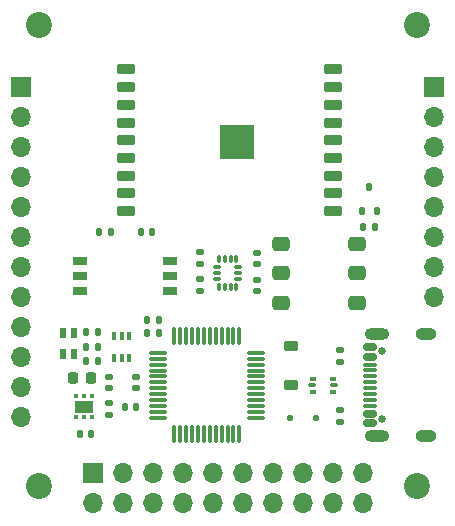
<source format=gbr>
%TF.GenerationSoftware,KiCad,Pcbnew,8.0.4*%
%TF.CreationDate,2024-09-07T18:39:45+01:00*%
%TF.ProjectId,Microll,4d696372-6f6c-46c2-9e6b-696361645f70,rev?*%
%TF.SameCoordinates,PX564eba0PY53724e0*%
%TF.FileFunction,Soldermask,Top*%
%TF.FilePolarity,Negative*%
%FSLAX46Y46*%
G04 Gerber Fmt 4.6, Leading zero omitted, Abs format (unit mm)*
G04 Created by KiCad (PCBNEW 8.0.4) date 2024-09-07 18:39:45*
%MOMM*%
%LPD*%
G01*
G04 APERTURE LIST*
G04 Aperture macros list*
%AMRoundRect*
0 Rectangle with rounded corners*
0 $1 Rounding radius*
0 $2 $3 $4 $5 $6 $7 $8 $9 X,Y pos of 4 corners*
0 Add a 4 corners polygon primitive as box body*
4,1,4,$2,$3,$4,$5,$6,$7,$8,$9,$2,$3,0*
0 Add four circle primitives for the rounded corners*
1,1,$1+$1,$2,$3*
1,1,$1+$1,$4,$5*
1,1,$1+$1,$6,$7*
1,1,$1+$1,$8,$9*
0 Add four rect primitives between the rounded corners*
20,1,$1+$1,$2,$3,$4,$5,0*
20,1,$1+$1,$4,$5,$6,$7,0*
20,1,$1+$1,$6,$7,$8,$9,0*
20,1,$1+$1,$8,$9,$2,$3,0*%
G04 Aperture macros list end*
%ADD10RoundRect,0.093750X-0.106250X0.093750X-0.106250X-0.093750X0.106250X-0.093750X0.106250X0.093750X0*%
%ADD11R,1.600000X1.000000*%
%ADD12RoundRect,0.087500X0.087500X-0.225000X0.087500X0.225000X-0.087500X0.225000X-0.087500X-0.225000X0*%
%ADD13RoundRect,0.087500X0.225000X-0.087500X0.225000X0.087500X-0.225000X0.087500X-0.225000X-0.087500X0*%
%ADD14R,1.270000X0.760000*%
%ADD15RoundRect,0.093750X0.156250X0.093750X-0.156250X0.093750X-0.156250X-0.093750X0.156250X-0.093750X0*%
%ADD16RoundRect,0.075000X0.250000X0.075000X-0.250000X0.075000X-0.250000X-0.075000X0.250000X-0.075000X0*%
%ADD17RoundRect,0.112500X-0.112500X-0.237500X0.112500X-0.237500X0.112500X0.237500X-0.112500X0.237500X0*%
%ADD18RoundRect,0.100000X-0.100000X0.225000X-0.100000X-0.225000X0.100000X-0.225000X0.100000X0.225000X0*%
%ADD19RoundRect,0.135000X-0.135000X-0.185000X0.135000X-0.185000X0.135000X0.185000X-0.135000X0.185000X0*%
%ADD20RoundRect,0.135000X-0.185000X0.135000X-0.185000X-0.135000X0.185000X-0.135000X0.185000X0.135000X0*%
%ADD21RoundRect,0.225000X0.375000X-0.225000X0.375000X0.225000X-0.375000X0.225000X-0.375000X-0.225000X0*%
%ADD22R,1.700000X1.700000*%
%ADD23O,1.700000X1.700000*%
%ADD24C,2.200000*%
%ADD25RoundRect,0.225000X-0.525000X-0.225000X0.525000X-0.225000X0.525000X0.225000X-0.525000X0.225000X0*%
%ADD26RoundRect,0.175000X-0.175000X-0.175000X0.175000X-0.175000X0.175000X0.175000X-0.175000X0.175000X0*%
%ADD27C,0.475000*%
%ADD28R,3.000000X3.000000*%
%ADD29RoundRect,0.225000X0.225000X0.250000X-0.225000X0.250000X-0.225000X-0.250000X0.225000X-0.250000X0*%
%ADD30RoundRect,0.140000X0.140000X0.170000X-0.140000X0.170000X-0.140000X-0.170000X0.140000X-0.170000X0*%
%ADD31RoundRect,0.135000X0.185000X-0.135000X0.185000X0.135000X-0.185000X0.135000X-0.185000X-0.135000X0*%
%ADD32RoundRect,0.140000X-0.140000X-0.170000X0.140000X-0.170000X0.140000X0.170000X-0.140000X0.170000X0*%
%ADD33RoundRect,0.140000X0.170000X-0.140000X0.170000X0.140000X-0.170000X0.140000X-0.170000X-0.140000X0*%
%ADD34RoundRect,0.140000X-0.170000X0.140000X-0.170000X-0.140000X0.170000X-0.140000X0.170000X0.140000X0*%
%ADD35C,0.650000*%
%ADD36RoundRect,0.150000X0.425000X-0.150000X0.425000X0.150000X-0.425000X0.150000X-0.425000X-0.150000X0*%
%ADD37RoundRect,0.075000X0.500000X-0.075000X0.500000X0.075000X-0.500000X0.075000X-0.500000X-0.075000X0*%
%ADD38O,2.100000X1.000000*%
%ADD39O,1.800000X1.000000*%
%ADD40RoundRect,0.125000X-0.125000X-0.125000X0.125000X-0.125000X0.125000X0.125000X-0.125000X0.125000X0*%
%ADD41RoundRect,0.300000X0.450000X-0.300000X0.450000X0.300000X-0.450000X0.300000X-0.450000X-0.300000X0*%
%ADD42RoundRect,0.075000X-0.662500X-0.075000X0.662500X-0.075000X0.662500X0.075000X-0.662500X0.075000X0*%
%ADD43RoundRect,0.075000X-0.075000X-0.662500X0.075000X-0.662500X0.075000X0.662500X-0.075000X0.662500X0*%
%ADD44R,0.500000X0.850000*%
G04 APERTURE END LIST*
D10*
%TO.C,U2*%
X4500000Y7587500D03*
X3850000Y7587500D03*
X3200000Y7587500D03*
X3200000Y5812500D03*
X3850000Y5812500D03*
X4500000Y5812500D03*
D11*
X3850000Y6700000D03*
%TD*%
D12*
%TO.C,U6*%
X15250000Y16837500D03*
X15750000Y16837500D03*
X16250000Y16837500D03*
X16750000Y16837500D03*
D13*
X16912500Y17500000D03*
X16912500Y18000000D03*
X16912500Y18500000D03*
D12*
X16750000Y19162500D03*
X16250000Y19162500D03*
X15750000Y19162500D03*
X15250000Y19162500D03*
D13*
X15087500Y18500000D03*
X15087500Y18000000D03*
X15087500Y17500000D03*
%TD*%
D14*
%TO.C,SW4*%
X11104800Y19047000D03*
X11094800Y17777000D03*
X11094800Y16507000D03*
X3484800Y16507000D03*
X3484800Y17777000D03*
X3484800Y19047000D03*
%TD*%
D15*
%TO.C,U9*%
X24925000Y7968500D03*
D16*
X25000000Y8506000D03*
D15*
X24925000Y9043500D03*
X23225000Y9043500D03*
D16*
X23150000Y8506000D03*
D15*
X23225000Y7968500D03*
%TD*%
D17*
%TO.C,U8*%
X27350000Y23250000D03*
X28650000Y23250000D03*
X28000000Y25250000D03*
%TD*%
D18*
%TO.C,U4*%
X7675000Y12700000D03*
X7025000Y12700000D03*
X6375000Y12700000D03*
X6375000Y10800000D03*
X7025000Y10800000D03*
X7675000Y10800000D03*
%TD*%
D19*
%TO.C,R11*%
X27490000Y21925000D03*
X28510000Y21925000D03*
%TD*%
%TO.C,R10*%
X10185000Y12925000D03*
X9165000Y12925000D03*
%TD*%
%TO.C,R9*%
X9165000Y14050000D03*
X10185000Y14050000D03*
%TD*%
D20*
%TO.C,R7*%
X25500000Y5430000D03*
X25500000Y6450000D03*
%TD*%
D21*
%TO.C,D2*%
X21350000Y11800000D03*
X21350000Y8500000D03*
%TD*%
D22*
%TO.C,J1*%
X-1500000Y33750000D03*
D23*
X-1500000Y31210000D03*
X-1500000Y28670000D03*
X-1500000Y26130000D03*
X-1500000Y23590000D03*
X-1500000Y21050000D03*
X-1500000Y18510000D03*
X-1500000Y15970000D03*
X-1500000Y13430000D03*
X-1500000Y10890000D03*
X-1500000Y8350000D03*
X-1500000Y5810000D03*
%TD*%
D24*
%TO.C,H3*%
X0Y39000000D03*
%TD*%
D25*
%TO.C,U1*%
X7438000Y35250000D03*
X7438000Y33750000D03*
X7438000Y32250000D03*
X7438000Y30750000D03*
X7438000Y29250000D03*
X7438000Y27750000D03*
X7438000Y26250000D03*
X7438000Y24750000D03*
X7438000Y23250000D03*
X24938000Y23250000D03*
X24938000Y24750000D03*
X24938000Y26250000D03*
X24938000Y27750000D03*
X24938000Y29250000D03*
X24938000Y30750000D03*
X24938000Y32250000D03*
X24938000Y33750000D03*
X24938000Y35250000D03*
D26*
X15688000Y30200000D03*
D27*
X15688000Y29650000D03*
D26*
X15688000Y29100000D03*
D27*
X15688000Y28550000D03*
D26*
X15688000Y28000000D03*
D27*
X16238000Y30200000D03*
X16238000Y29100000D03*
X16238000Y28000000D03*
D26*
X16788000Y30200000D03*
D27*
X16788000Y29650000D03*
D26*
X16788000Y29100000D03*
D28*
X16788000Y29100000D03*
D27*
X16788000Y28550000D03*
D26*
X16788000Y28000000D03*
D27*
X17338000Y30200000D03*
X17338000Y29100000D03*
X17338000Y28000000D03*
D26*
X17888000Y30200000D03*
D27*
X17888000Y29650000D03*
D26*
X17888000Y29100000D03*
D27*
X17888000Y28550000D03*
D26*
X17888000Y28000000D03*
%TD*%
D24*
%TO.C,H1*%
X0Y0D03*
%TD*%
D29*
%TO.C,C4*%
X4475000Y9100000D03*
X2925000Y9100000D03*
%TD*%
D19*
%TO.C,R3*%
X5060000Y13000000D03*
X4040000Y13000000D03*
%TD*%
D24*
%TO.C,H4*%
X32000000Y39000000D03*
%TD*%
D30*
%TO.C,C1*%
X4455000Y4400000D03*
X3495000Y4400000D03*
%TD*%
D22*
%TO.C,J3*%
X33500000Y33750000D03*
D23*
X33500000Y31210000D03*
X33500000Y28670000D03*
X33500000Y26130000D03*
X33500000Y23590000D03*
X33500000Y21050000D03*
X33500000Y18510000D03*
X33500000Y15970000D03*
%TD*%
D19*
%TO.C,R2*%
X4040000Y11750000D03*
X5060000Y11750000D03*
%TD*%
D24*
%TO.C,H2*%
X32000000Y0D03*
%TD*%
D31*
%TO.C,R6*%
X25500000Y11510000D03*
X25500000Y10490000D03*
%TD*%
D32*
%TO.C,C9*%
X8670000Y21450000D03*
X9630000Y21450000D03*
%TD*%
D30*
%TO.C,C8*%
X8280000Y6700000D03*
X7320000Y6700000D03*
%TD*%
D19*
%TO.C,R8*%
X6110000Y21460000D03*
X5090000Y21460000D03*
%TD*%
D33*
%TO.C,C6*%
X18470000Y16474000D03*
X18470000Y17434000D03*
%TD*%
D34*
%TO.C,C5*%
X6000000Y9230000D03*
X6000000Y8270000D03*
%TD*%
%TO.C,C2*%
X6000000Y6980000D03*
X6000000Y6020000D03*
%TD*%
%TO.C,C3*%
X8275000Y9205000D03*
X8275000Y8245000D03*
%TD*%
D22*
%TO.C,J2*%
X4600000Y1040000D03*
D23*
X4600000Y-1500000D03*
X7140000Y1040000D03*
X7140000Y-1500000D03*
X9680000Y1040000D03*
X9680000Y-1500000D03*
X12220000Y1040000D03*
X12220000Y-1500000D03*
X14760000Y1040000D03*
X14760000Y-1500000D03*
X17300000Y1040000D03*
X17300000Y-1500000D03*
X19840000Y1040000D03*
X19840000Y-1500000D03*
X22380000Y1040000D03*
X22380000Y-1500000D03*
X24920000Y1040000D03*
X24920000Y-1500000D03*
X27460000Y1040000D03*
X27460000Y-1500000D03*
%TD*%
D35*
%TO.C,J6*%
X29115000Y5619500D03*
X29115000Y11399500D03*
D36*
X28040000Y5309500D03*
X28040000Y6109500D03*
D37*
X28040000Y7259500D03*
X28040000Y8259500D03*
X28040000Y8759500D03*
X28040000Y9759500D03*
D36*
X28040000Y10909500D03*
X28040000Y11709500D03*
X28040000Y11709500D03*
X28040000Y10909500D03*
D37*
X28040000Y10259500D03*
X28040000Y9259500D03*
X28040000Y7759500D03*
X28040000Y6759500D03*
D36*
X28040000Y6109500D03*
X28040000Y5309500D03*
D38*
X28615000Y4189500D03*
D39*
X32795000Y4189500D03*
D38*
X28615000Y12829500D03*
D39*
X32795000Y12829500D03*
%TD*%
D31*
%TO.C,R4*%
X13644000Y16472000D03*
X13644000Y17492000D03*
%TD*%
D19*
%TO.C,R1*%
X4040000Y10538000D03*
X5060000Y10538000D03*
%TD*%
D40*
%TO.C,D3*%
X21325000Y5712000D03*
X23525000Y5712000D03*
%TD*%
D41*
%TO.C,U5*%
X20500000Y15500000D03*
X20500000Y18000000D03*
X20500000Y20500000D03*
X27000000Y15500000D03*
X27000000Y18000000D03*
X27000000Y20500000D03*
%TD*%
D42*
%TO.C,U3*%
X10087500Y11250000D03*
X10087500Y10750000D03*
X10087500Y10250000D03*
X10087500Y9750000D03*
X10087500Y9250000D03*
X10087500Y8750000D03*
X10087500Y8250000D03*
X10087500Y7750000D03*
X10087500Y7250000D03*
X10087500Y6750000D03*
X10087500Y6250000D03*
X10087500Y5750000D03*
D43*
X11500000Y4337500D03*
X12000000Y4337500D03*
X12500000Y4337500D03*
X13000000Y4337500D03*
X13500000Y4337500D03*
X14000000Y4337500D03*
X14500000Y4337500D03*
X15000000Y4337500D03*
X15500000Y4337500D03*
X16000000Y4337500D03*
X16500000Y4337500D03*
X17000000Y4337500D03*
D42*
X18412500Y5750000D03*
X18412500Y6250000D03*
X18412500Y6750000D03*
X18412500Y7250000D03*
X18412500Y7750000D03*
X18412500Y8250000D03*
X18412500Y8750000D03*
X18412500Y9250000D03*
X18412500Y9750000D03*
X18412500Y10250000D03*
X18412500Y10750000D03*
X18412500Y11250000D03*
D43*
X17000000Y12662500D03*
X16500000Y12662500D03*
X16000000Y12662500D03*
X15500000Y12662500D03*
X15000000Y12662500D03*
X14500000Y12662500D03*
X14000000Y12662500D03*
X13500000Y12662500D03*
X13000000Y12662500D03*
X12500000Y12662500D03*
X12000000Y12662500D03*
X11500000Y12662500D03*
%TD*%
D34*
%TO.C,C7*%
X18470000Y19720000D03*
X18470000Y18760000D03*
%TD*%
D44*
%TO.C,D1*%
X2025000Y12893000D03*
X2025000Y11143000D03*
X3025000Y11143000D03*
X3025000Y12893000D03*
%TD*%
D20*
%TO.C,R5*%
X13644000Y19778000D03*
X13644000Y18758000D03*
%TD*%
M02*

</source>
